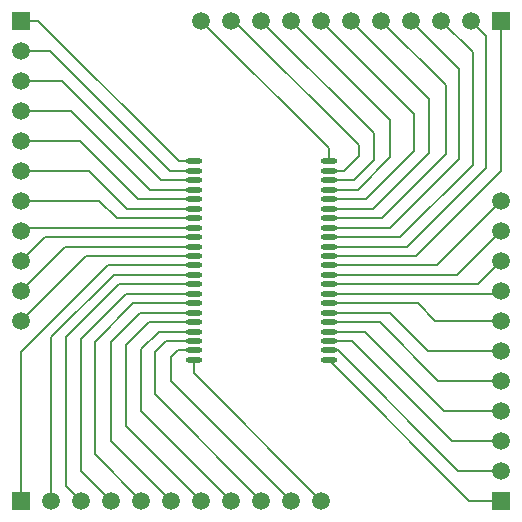
<source format=gtl>
%FSLAX25Y25*%
%MOIN*%
G70*
G01*
G75*
G04 Layer_Physical_Order=1*
G04 Layer_Color=255*
%ADD10O,0.05512X0.01969*%
%ADD11C,0.00800*%
%ADD12C,0.05906*%
%ADD13R,0.05906X0.05906*%
%ADD14R,0.05906X0.05906*%
D10*
X77559Y133071D02*
D03*
Y129921D02*
D03*
Y126772D02*
D03*
Y123622D02*
D03*
Y120472D02*
D03*
Y117323D02*
D03*
Y114173D02*
D03*
Y111024D02*
D03*
Y107874D02*
D03*
Y104724D02*
D03*
Y101575D02*
D03*
Y98425D02*
D03*
Y95276D02*
D03*
Y92126D02*
D03*
Y88976D02*
D03*
Y85827D02*
D03*
Y82677D02*
D03*
Y79528D02*
D03*
Y76378D02*
D03*
Y73228D02*
D03*
Y70079D02*
D03*
Y66929D02*
D03*
X122441Y133071D02*
D03*
Y129921D02*
D03*
Y126772D02*
D03*
Y123622D02*
D03*
Y120472D02*
D03*
Y117323D02*
D03*
Y114173D02*
D03*
Y111024D02*
D03*
Y107874D02*
D03*
Y104724D02*
D03*
Y101575D02*
D03*
Y98425D02*
D03*
Y95276D02*
D03*
Y92126D02*
D03*
Y88976D02*
D03*
Y85827D02*
D03*
Y82677D02*
D03*
Y79528D02*
D03*
Y76378D02*
D03*
Y73228D02*
D03*
Y70079D02*
D03*
Y66929D02*
D03*
D11*
X80000Y180000D02*
X122441Y137559D01*
Y133071D02*
Y137559D01*
X91000Y180000D02*
X132500Y138500D01*
Y135000D02*
Y138500D01*
X127421Y129921D02*
X132500Y135000D01*
X122441Y129921D02*
X127421D01*
X100000Y180000D02*
X137500Y142500D01*
Y133500D02*
Y142500D01*
X130772Y126772D02*
X137500Y133500D01*
X122441Y126772D02*
X130772D01*
X143000Y134500D02*
Y147000D01*
X132122Y123622D02*
X143000Y134500D01*
X122441Y123622D02*
X132122D01*
X151000Y136500D02*
Y149000D01*
X134972Y120472D02*
X151000Y136500D01*
X122441Y120472D02*
X134972D01*
X156000Y136000D02*
Y154000D01*
X137323Y117323D02*
X156000Y136000D01*
X122441Y117323D02*
X137323D01*
X161500Y135500D02*
Y158500D01*
X140173Y114173D02*
X161500Y135500D01*
X122441Y114173D02*
X140173D01*
X166000Y134000D02*
Y164000D01*
X143024Y111024D02*
X166000Y134000D01*
X122441Y111024D02*
X143024D01*
X110000Y180000D02*
X143000Y147000D01*
X120000Y180000D02*
X151000Y149000D01*
X130000Y180000D02*
X156000Y154000D01*
X140000Y180000D02*
X161500Y158500D01*
X150000Y180000D02*
X166000Y164000D01*
X160000Y180000D02*
X170500Y169500D01*
Y132000D02*
Y169500D01*
X146374Y107874D02*
X170500Y132000D01*
X170000Y180000D02*
X175000Y175000D01*
Y131000D02*
Y175000D01*
X148724Y104724D02*
X175000Y131000D01*
X122441Y107874D02*
X146374D01*
X122441Y104724D02*
X148724D01*
X180000Y130000D02*
Y180000D01*
X151575Y101575D02*
X180000Y130000D01*
X122441Y101575D02*
X151575D01*
X158425Y98425D02*
X180000Y120000D01*
X122441Y98425D02*
X158425D01*
X165276Y95276D02*
X180000Y110000D01*
X122441Y95276D02*
X165276D01*
X172126Y92126D02*
X180000Y100000D01*
X122441Y92126D02*
X172126D01*
X178976Y88976D02*
X180000Y90000D01*
X122441Y88976D02*
X178976D01*
X158000Y80000D02*
X180000D01*
X152173Y85827D02*
X158000Y80000D01*
X122441Y85827D02*
X152173D01*
X155500Y70000D02*
X180000D01*
X142823Y82677D02*
X155500Y70000D01*
X122441Y82677D02*
X142823D01*
X159000Y60000D02*
X180000D01*
X139472Y79528D02*
X159000Y60000D01*
X122441Y79528D02*
X139472D01*
X161000Y50000D02*
X180000D01*
X134622Y76378D02*
X161000Y50000D01*
X122441Y76378D02*
X134622D01*
X163500Y40000D02*
X180000D01*
X130272Y73228D02*
X163500Y40000D01*
X122441Y73228D02*
X130272D01*
X165500Y30000D02*
X180000D01*
X125421Y70079D02*
X165500Y30000D01*
X122441Y70079D02*
X125421D01*
X169370Y20000D02*
X180000D01*
X122441Y66929D02*
X169370Y20000D01*
X48925Y98425D02*
X77559D01*
X20000Y69500D02*
X48925Y98425D01*
X20000Y20000D02*
Y69500D01*
X50776Y95276D02*
X77559D01*
X30000Y74500D02*
X50776Y95276D01*
X30000Y20000D02*
Y74500D01*
X52626Y92126D02*
X77559D01*
X35000Y74500D02*
X52626Y92126D01*
X35000Y25000D02*
Y74500D01*
X54976Y88976D02*
X77559D01*
X40000Y74000D02*
X54976Y88976D01*
X40000Y30000D02*
Y74000D01*
X57327Y85827D02*
X77559D01*
X44500Y73000D02*
X57327Y85827D01*
X44500Y35500D02*
Y73000D01*
X35000Y25000D02*
X40000Y20000D01*
Y30000D02*
X50000Y20000D01*
X44500Y35500D02*
X60000Y20000D01*
X50000Y40000D02*
X70000Y20000D01*
X50000Y40000D02*
Y73000D01*
X59677Y82677D01*
X77559D01*
X55000Y45000D02*
X80000Y20000D01*
X55000Y45000D02*
Y72000D01*
X62528Y79528D01*
X77559D01*
X60000Y50000D02*
X90000Y20000D01*
X60000Y50000D02*
Y70500D01*
X65878Y76378D01*
X77559D01*
X64500Y55500D02*
X100000Y20000D01*
X64500Y55500D02*
Y69500D01*
X68228Y73228D01*
X77559D01*
X70000Y60000D02*
X110000Y20000D01*
X70000Y60000D02*
Y68000D01*
X72079Y70079D01*
X77559D01*
Y62441D02*
X120000Y20000D01*
X77559Y62441D02*
Y66929D01*
X20000Y100000D02*
X27874Y107874D01*
X20000Y120000D02*
X46000D01*
X20000Y80000D02*
X41575Y101575D01*
X77559D01*
X20000Y90000D02*
X34724Y104724D01*
X77559D01*
X27874Y107874D02*
X77559D01*
X20000Y110000D02*
X21024Y111024D01*
X77559D01*
X46000Y120000D02*
X51827Y114173D01*
X77559D01*
X20000Y130000D02*
X42500D01*
X55177Y117323D01*
X77559D01*
X20000Y140000D02*
X39500D01*
X59028Y120472D01*
X77559D01*
X20000Y150000D02*
X36500D01*
X62878Y123622D01*
X77559D01*
X66728Y126772D02*
X77559D01*
X33500Y160000D02*
X66728Y126772D01*
X20000Y160000D02*
X33500D01*
X20000Y180000D02*
X25500D01*
X72429Y133071D01*
X77559D01*
X69579Y129921D02*
X77559D01*
X29500Y170000D02*
X69579Y129921D01*
X20000Y170000D02*
X29500D01*
D12*
X80000Y180000D02*
D03*
X90000D02*
D03*
X100000D02*
D03*
X110000D02*
D03*
X120000D02*
D03*
X130000D02*
D03*
X140000D02*
D03*
X150000D02*
D03*
X160000D02*
D03*
X170000D02*
D03*
X120000Y20000D02*
D03*
X110000D02*
D03*
X100000D02*
D03*
X90000D02*
D03*
X80000D02*
D03*
X70000D02*
D03*
X60000D02*
D03*
X50000D02*
D03*
X40000D02*
D03*
X30000D02*
D03*
X20000Y80000D02*
D03*
Y90000D02*
D03*
Y100000D02*
D03*
Y110000D02*
D03*
Y120000D02*
D03*
Y130000D02*
D03*
Y140000D02*
D03*
Y150000D02*
D03*
Y160000D02*
D03*
Y170000D02*
D03*
X180000Y120000D02*
D03*
Y110000D02*
D03*
Y100000D02*
D03*
Y90000D02*
D03*
Y80000D02*
D03*
Y70000D02*
D03*
Y60000D02*
D03*
Y50000D02*
D03*
Y40000D02*
D03*
Y30000D02*
D03*
D13*
Y180000D02*
D03*
X20000Y20000D02*
D03*
D14*
Y180000D02*
D03*
X180000Y20000D02*
D03*
M02*

</source>
